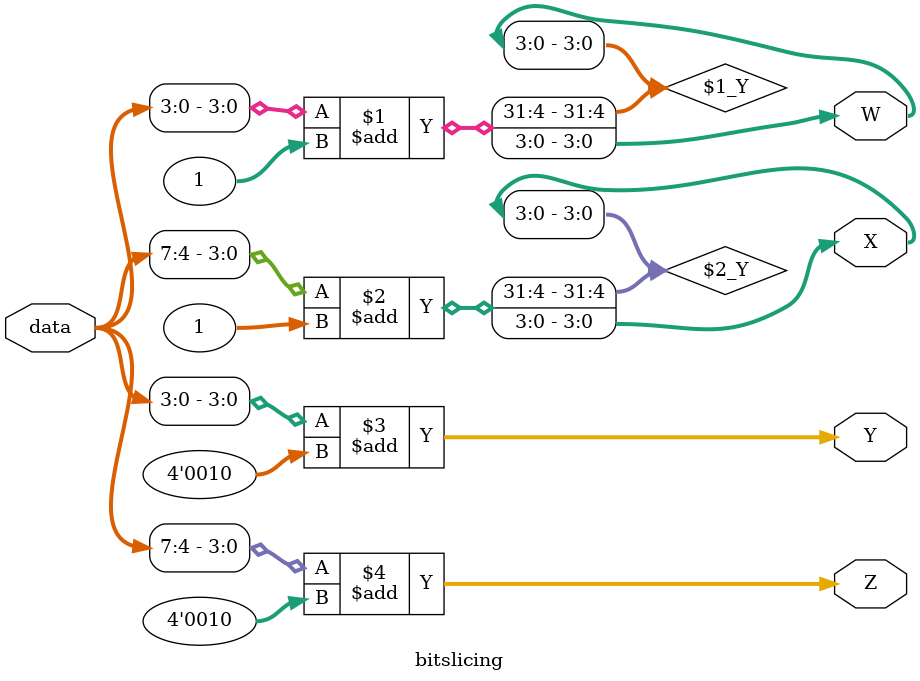
<source format=v>
`timescale 1ns / 1ps


module bitslicing(
output [3:0]W,X,Y,Z,
input [7:0]data);
assign W = data[3:0]+1;
assign X = data[7:4]+1;
assign Y = data[3:0]+4'b0010;
assign Z = data[7:4]+4'b0010;


endmodule

</source>
